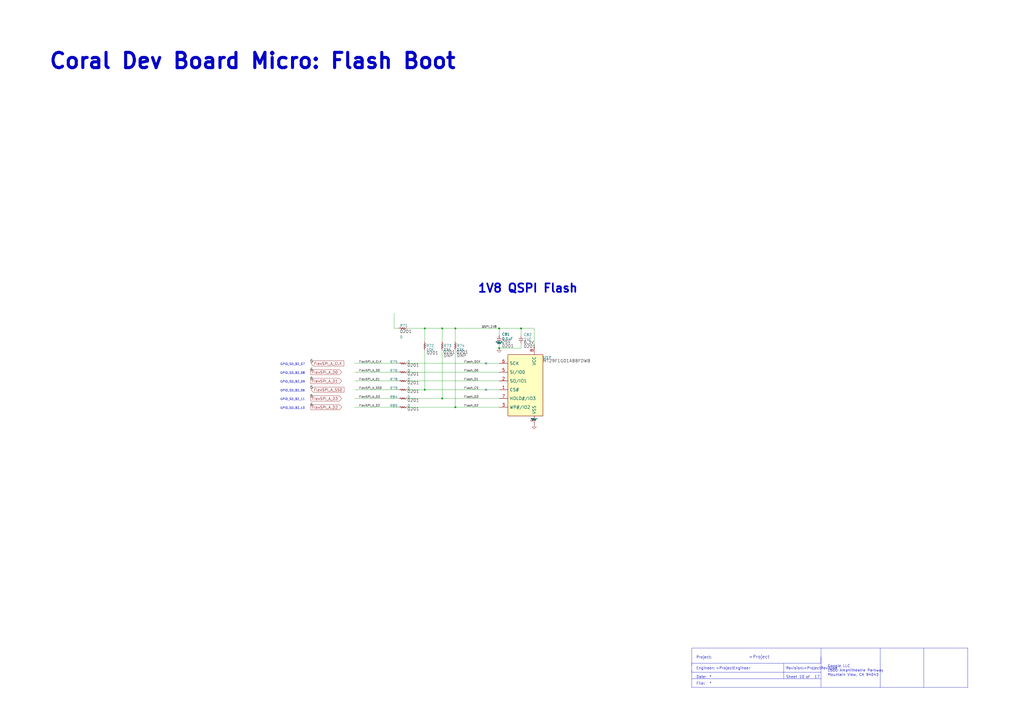
<source format=kicad_sch>
(kicad_sch (version 20230121) (generator eeschema)
  (paper "A2")
  (title_block (title "10 FLASH_BOOT-SchDoc") (date "31 01 2024"))
  (lib_symbols
    (symbol "10 FLASH_BOOT-SchDoc-rescue:FLASH_MT29F1G01ABBFDWB-" (pin_names (offset 1.016))
      (property "Reference" "U" (at 20.32 -2.54 0))
      (property "Value" "FLASH_MT29F1G01ABBFDWB" (at 0 0 0))
      (symbol "FLASH_MT29F1G01ABBFDWB-_0_1"
        (rectangle (start 0 -35.56) (end 20.32 0) (stroke (width 0.254)) (fill (type background)))
        (pin input line (at -5.08 -20.32 0) (length 5.08) (name "CS#") (number "1"))
        (pin bidirectional line (at -5.08 -15.24 0) (length 5.08) (name "SO/IO1") (number "2"))
        (pin bidirectional line (at -5.08 -30.48 0) (length 5.08) (name "WP#/IO2") (number "3"))
        (pin power_in line (at 15.24 -40.64 90) (length 5.08) (name "VSS") (number "4"))
        (pin bidirectional line (at -5.08 -10.16 0) (length 5.08) (name "SI/IO0") (number "5"))
        (pin input line (at -5.08 -5.08 0) (length 5.08) (name "SCK") (number "6"))
        (pin bidirectional line (at -5.08 -25.4 0) (length 5.08) (name "HOLD#/IO3") (number "7"))
        (pin power_in line (at 15.24 5.08 270) (length 5.08) (name "VCC") (number "8"))
      )
    )
    (symbol "10 FLASH_BOOT-SchDoc-rescue:__Template_Cap-" (pin_names (offset 1.016))
      (property "Reference" "C" (at 1.524 -0.508 0))
      (property "Value" "__Template_Cap" (at 0 0 0))
      (symbol "__Template_Cap-_0_1"
        (polyline (pts (xy 1.27 -3.048) (xy -1.27 -3.048)) (stroke (width 0.254)))
        (polyline (pts (xy 1.27 -2.032) (xy -1.27 -2.032)) (stroke (width 0.254)))
        (pin passive line (at 0 0 270) (length 2.032) (name "P") (number "1"))
        (pin passive line (at 0 -5.08 90) (length 2.032) (name "P") (number "2"))
      )
    )
    (symbol "10 FLASH_BOOT-SchDoc-rescue:__Template_Resistor-" (pin_names (offset 1.016))
      (property "Reference" "R" (at -4.318 0.762 0))
      (property "Value" "__Template_Resistor" (at 0 0 0))
      (symbol "__Template_Resistor-_0_1"
        (polyline (pts (xy 1.016 0) (xy 1.27 0.508) (xy 1.778 -0.508) (xy 2.286 0.508) (xy 2.794 -0.508) (xy 3.302 0.508) (xy 3.81 -0.508) (xy 4.064 0)) (stroke (width 0.254)))
        (pin passive line (at 0 0 0) (length 1.016) (name "P") (number "1"))
        (pin passive line (at 5.08 0 180) (length 1.016) (name "P") (number "2"))
      )
    )
    (symbol "power:GND" (power) (pin_names (offset 0))
      (property "Value" "GND" (at 0 -3.81 0))
      (symbol "GND_0_1"
        (polyline (pts (xy 0 0) (xy 0 -1.27) (xy 1.27 -1.27) (xy 0 -2.54) (xy -1.27 -1.27) (xy 0 -1.27)))
      )
      (symbol "GND_1_1"
        (pin power_in line (at 0 0 270) (length 0) hide (name "GND") (number "1"))
      )
    )
  )
  (junction (at 264.16 190.5))
  (junction (at 256.54 231.14))
  (junction (at 289.56 190.5))
  (junction (at 289.56 201.93))
  (junction (at 264.16 236.22))
  (junction (at 302.26 190.5))
  (junction (at 246.38 226.06))
  (junction (at 256.54 190.5))
  (junction (at 246.38 190.5))
  (no_connect (at 281.94 210.82))
  (no_connect (at 281.94 226.06))
  (wire (pts (xy 289.56 231.14) (xy 256.54 231.14)))
  (wire (pts (xy 205.74 236.22) (xy 231.14 236.22)))
  (wire (pts (xy 289.56 190.5) (xy 289.56 194.31)))
  (polyline (pts (xy 401.32 389.89) (xy 401.32 388.62)))
  (wire (pts (xy 231.14 190.5) (xy 228.6 190.5)))
  (wire (pts (xy 289.56 190.5) (xy 302.26 190.5)))
  (wire (pts (xy 289.56 201.93) (xy 302.26 201.93)))
  (polyline (pts (xy 535.94 398.78) (xy 535.94 375.92)))
  (wire (pts (xy 236.22 210.82) (xy 289.56 210.82)))
  (wire (pts (xy 289.56 236.22) (xy 264.16 236.22)))
  (polyline (pts (xy 476.25 398.78) (xy 476.25 393.7)))
  (wire (pts (xy 264.16 190.5) (xy 264.16 198.12)))
  (polyline (pts (xy 401.32 398.78) (xy 561.34 398.78)))
  (polyline (pts (xy 476.25 393.7) (xy 476.25 389.89)))
  (polyline (pts (xy 401.32 384.81) (xy 401.32 386.08)))
  (wire (pts (xy 256.54 231.14) (xy 236.22 231.14)))
  (polyline (pts (xy 401.32 398.78) (xy 401.32 375.92)))
  (wire (pts (xy 246.38 226.06) (xy 246.38 203.2)))
  (wire (pts (xy 231.14 215.9) (xy 205.74 215.9)))
  (wire (pts (xy 236.22 190.5) (xy 246.38 190.5)))
  (wire (pts (xy 264.16 236.22) (xy 236.22 236.22)))
  (wire (pts (xy 205.74 210.82) (xy 231.14 210.82)))
  (wire (pts (xy 246.38 226.06) (xy 236.22 226.06)))
  (polyline (pts (xy 561.34 398.78) (xy 561.34 375.92)))
  (wire (pts (xy 205.74 231.14) (xy 231.14 231.14)))
  (wire (pts (xy 289.56 199.39) (xy 289.56 201.93)))
  (wire (pts (xy 246.38 190.5) (xy 246.38 198.12)))
  (wire (pts (xy 236.22 220.98) (xy 289.56 220.98)))
  (polyline (pts (xy 401.32 393.7) (xy 476.25 393.7)))
  (polyline (pts (xy 401.32 375.92) (xy 561.34 375.92)))
  (wire (pts (xy 205.74 220.98) (xy 231.14 220.98)))
  (wire (pts (xy 309.88 190.5) (xy 309.88 200.66)))
  (polyline (pts (xy 476.25 384.81) (xy 401.32 384.81)))
  (wire (pts (xy 289.56 226.06) (xy 246.38 226.06)))
  (polyline (pts (xy 510.54 398.78) (xy 510.54 375.92)))
  (wire (pts (xy 256.54 231.14) (xy 256.54 203.2)))
  (wire (pts (xy 256.54 198.12) (xy 256.54 190.5)))
  (polyline (pts (xy 476.25 381) (xy 476.25 389.89)))
  (polyline (pts (xy 476.25 375.92) (xy 476.25 384.81)))
  (wire (pts (xy 302.26 190.5) (xy 309.88 190.5)))
  (wire (pts (xy 246.38 190.5) (xy 256.54 190.5)))
  (wire (pts (xy 264.16 190.5) (xy 289.56 190.5)))
  (wire (pts (xy 302.26 201.93) (xy 302.26 199.39)))
  (wire (pts (xy 289.56 215.9) (xy 236.22 215.9)))
  (polyline (pts (xy 476.25 389.89) (xy 401.32 389.89)))
  (polyline (pts (xy 454.66 393.7) (xy 454.66 384.81)))
  (wire (pts (xy 256.54 190.5) (xy 264.16 190.5)))
  (wire (pts (xy 228.6 190.5) (xy 228.6 181.61)))
  (wire (pts (xy 231.14 226.06) (xy 205.74 226.06)))
  (wire (pts (xy 264.16 236.22) (xy 264.16 203.2)))
  (wire (pts (xy 302.26 194.31) (xy 302.26 190.5)))
  (text "File:" (at 403.86 397.51 0) (effects (font (size 1.524 1.524)) (justify left bottom)))
  (text "17" (at 472.44 393.7 0) (effects (font (size 1.524 1.524)) (justify left bottom)))
  (text "Engineer:" (at 403.86 388.62 0) (effects (font (size 1.524 1.524)) (justify left bottom)))
  (text "Mountain View, CA 94043" (at 480.06 392.43 0) (effects (font (size 1.524 1.524)) (justify left bottom)))
  (text "GPIO_SD_B2_06" (at 162.56 227.33 0) (effects (font (size 1.2192 1.2192)) (justify left bottom)))
  (text "GPIO_SD_B2_10" (at 162.56 237.49 0) (effects (font (size 1.2192 1.2192)) (justify left bottom)))
  (text "Coral Dev Board Micro: Flash Boot" (at 27.94 40.64 0) (effects (font (size 8.8392 8.8392) (thickness 1.7678) bold) (justify left bottom)))
  (text "Sheet" (at 455.93 393.7 0) (effects (font (size 1.524 1.524)) (justify left bottom)))
  (text "=Project" (at 434.34 382.27 0) (effects (font (size 1.8288 1.8288)) (justify left bottom)))
  (text "Google LLC" (at 480.06 387.35 0) (effects (font (size 1.524 1.524)) (justify left bottom)))
  (text "1V8 QSPI Flash" (at 276.86 170.18 0) (effects (font (size 4.8768 4.8768) (thickness 0.9754) bold) (justify left bottom)))
  (text "Date:" (at 403.86 393.7 0) (effects (font (size 1.524 1.524)) (justify left bottom)))
  (text "=ProjectRevision" (at 466.09 388.62 0) (effects (font (size 1.524 1.524)) (justify left bottom)))
  (text "GPIO_SD_B2_08" (at 162.56 217.17 0) (effects (font (size 1.2192 1.2192)) (justify left bottom)))
  (text "*" (at 411.48 393.7 0) (effects (font (size 1.524 1.524)) (justify left bottom)))
  (text "GPIO_SD_B2_09" (at 162.56 222.25 0) (effects (font (size 1.2192 1.2192)) (justify left bottom)))
  (text "GPIO_SD_B2_07" (at 162.56 212.09 0) (effects (font (size 1.2192 1.2192)) (justify left bottom)))
  (text "1600 Amphitheatre Parkway" (at 480.06 389.89 0) (effects (font (size 1.524 1.524)) (justify left bottom)))
  (text "=ProjectEngineer" (at 415.29 388.62 0) (effects (font (size 1.524 1.524)) (justify left bottom)))
  (text "*" (at 411.48 397.51 0) (effects (font (size 1.524 1.524)) (justify left bottom)))
  (text "10" (at 463.55 393.7 0) (effects (font (size 1.524 1.524)) (justify left bottom)))
  (text "Revision:" (at 455.93 388.62 0) (effects (font (size 1.524 1.524)) (justify left bottom)))
  (text "Project:" (at 403.86 382.27 0) (effects (font (size 1.524 1.524)) (justify left bottom)))
  (text "GPIO_SD_B2_11" (at 162.56 232.41 0) (effects (font (size 1.2192 1.2192)) (justify left bottom)))
  (text "of" (at 467.36 393.7 0) (effects (font (size 1.524 1.524)) (justify left bottom)))
  (label "0201" (at 236.22 218.44 0) (effects (font (size 1.778 1.778))))
  (label "MT29F1G01ABBFDWB" (at 314.96 210.82 0) (effects (font (size 1.778 1.778))))
  (label "6" (at 179.832 226.06 0) (effects (font (size 1.778 1.778))))
  (label "0201" (at 264.668 205.74 0) (effects (font (size 1.778 1.778))))
  (label "0201" (at 303.784 202.438 0) (effects (font (size 1.778 1.778))))
  (label "0201" (at 236.22 213.36 0) (effects (font (size 1.778 1.778))))
  (label "0201" (at 247.396 206.248 0) (effects (font (size 1.778 1.778))))
  (label "0201" (at 236.22 238.76 0) (effects (font (size 1.778 1.778))))
  (label "0201" (at 231.902 193.802 0) (effects (font (size 1.778 1.778))))
  (label "Flash_D0" (at 269.24 215.9 0) (effects (font (size 1.2192 1.2192))))
  (label "0201" (at 236.22 228.6 0) (effects (font (size 1.778 1.778))))
  (label "0201" (at 236.22 223.52 0) (effects (font (size 1.778 1.778))))
  (label "Flash_D1" (at 269.24 220.98 0) (effects (font (size 1.2192 1.2192))))
  (label "6" (at 179.832 215.9 0) (effects (font (size 1.778 1.778))))
  (label "DNP" (at 257.302 207.772 0) (effects (font (size 1.778 1.778))))
  (label "6" (at 179.832 210.82 0) (effects (font (size 1.778 1.778))))
  (label "Flash_D3" (at 269.24 231.14 0) (effects (font (size 1.2192 1.2192))))
  (label "FlexSPI_A_D1" (at 208.28 220.98 0) (effects (font (size 1.2192 1.2192))))
  (label "6.3V" (at 303.784 200.152 0) (effects (font (size 1.778 1.778))))
  (label "6" (at 179.832 220.98 0) (effects (font (size 1.778 1.778))))
  (label "FlexSPI_A_D0" (at 208.28 215.9 0) (effects (font (size 1.2192 1.2192))))
  (label "Flash_SCK" (at 269.24 210.82 0) (effects (font (size 1.2192 1.2192))))
  (label "Flash_CS" (at 269.24 226.06 0) (effects (font (size 1.2192 1.2192))))
  (label "FlexSPI_A_SS0" (at 208.28 226.06 0) (effects (font (size 1.2192 1.2192))))
  (label "25V" (at 291.084 199.898 0) (effects (font (size 1.778 1.778))))
  (label "DNP" (at 264.922 207.772 0) (effects (font (size 1.778 1.778))))
  (label "FlexSPI_A_D3" (at 208.28 231.14 0) (effects (font (size 1.2192 1.2192))))
  (label "0201" (at 291.084 202.184 0) (effects (font (size 1.778 1.778))))
  (label "6" (at 179.832 236.22 0) (effects (font (size 1.778 1.778))))
  (label "0201" (at 257.048 205.74 0) (effects (font (size 1.778 1.778))))
  (label "FlexSPI_A_CLK" (at 208.28 210.82 0) (effects (font (size 1.2192 1.2192))))
  (label "0201" (at 236.22 233.68 0) (effects (font (size 1.778 1.778))))
  (label "QSPI_1V8" (at 279.4 190.5 0) (effects (font (size 1.2192 1.2192))))
  (label "Flash_D2" (at 269.24 236.22 0) (effects (font (size 1.2192 1.2192))))
  (label "6" (at 179.832 231.14 0) (effects (font (size 1.778 1.778))))
  (label "FlexSPI_A_D2" (at 208.28 236.22 0) (effects (font (size 1.2192 1.2192))))
  (global_label "FlexSPI_A_D0" (shape output) (at 180.34 215.9 0) (effects (font (size 1.524 1.524))) (property "Intersheetrefs" "${INTERSHEET_REFS}" (effects hide)))
  (global_label "FlexSPI_A_D2" (shape output) (at 180.34 236.22 0) (effects (font (size 1.524 1.524))) (property "Intersheetrefs" "${INTERSHEET_REFS}" (effects hide)))
  (global_label "FlexSPI_A_CLK" (shape input) (at 180.34 210.82 0) (effects (font (size 1.524 1.524))) (property "Intersheetrefs" "${INTERSHEET_REFS}" (effects hide)))
  (global_label "FlexSPI_A_D3" (shape output) (at 180.34 231.14 0) (effects (font (size 1.524 1.524))) (property "Intersheetrefs" "${INTERSHEET_REFS}" (effects hide)))
  (global_label "FlexSPI_A_D1" (shape output) (at 180.34 220.98 0) (effects (font (size 1.524 1.524))) (property "Intersheetrefs" "${INTERSHEET_REFS}" (effects hide)))
  (global_label "FlexSPI_A_SS0" (shape input) (at 180.34 226.06 0) (effects (font (size 1.524 1.524))) (property "Intersheetrefs" "${INTERSHEET_REFS}" (effects hide)))
  (symbol (lib_id "10 FLASH_BOOT-SchDoc-rescue:__Template_Resistor-") (at 246.38 203.2 90) (unit 1)
    (property "Reference" "R72" (at 247.142 201.422 90) (effects (font (size 1.524 1.524)) (justify right top)))
    (property "Value" "10K" (at 247.142 203.708 90) (effects (font (size 1.524 1.524)) (justify right top)))
    (property "Package" "0201" (effects hide))
  )
  (symbol (lib_id "10 FLASH_BOOT-SchDoc-rescue:__Template_Resistor-") (at 256.54 203.2 90) (unit 1)
    (property "Reference" "R73" (at 257.302 201.422 90) (effects (font (size 1.524 1.524)) (justify right top)))
    (property "Value" "33K" (at 257.048 203.708 90) (effects (font (size 1.524 1.524)) (justify right top)))
    (property "Package" "0201" (effects hide))
    (property "DNP" "DNP" (effects hide))
  )
  (symbol (lib_id "10 FLASH_BOOT-SchDoc-rescue:__Template_Resistor-") (at 231.14 236.22 0) (unit 1)
    (property "Reference" "R85" (at 226.06 236.22 0) (effects (font (size 1.524 1.524)) (justify left bottom)))
    (property "Value" "0" (at 236.22 236.22 0) (effects (font (size 1.524 1.524)) (justify left bottom)))
    (property "Package" "0201" (effects hide))
  )
  (symbol (lib_id "10 FLASH_BOOT-SchDoc-rescue:__Template_Resistor-") (at 231.14 231.14 0) (unit 1)
    (property "Reference" "R84" (at 226.06 231.14 0) (effects (font (size 1.524 1.524)) (justify left bottom)))
    (property "Value" "0" (at 236.22 231.14 0) (effects (font (size 1.524 1.524)) (justify left bottom)))
    (property "Package" "0201" (effects hide))
  )
  (symbol (lib_id "10 FLASH_BOOT-SchDoc-rescue:__Template_Resistor-") (at 231.14 226.06 0) (unit 1)
    (property "Reference" "R79" (at 226.06 226.06 0) (effects (font (size 1.524 1.524)) (justify left bottom)))
    (property "Value" "0" (at 236.22 226.06 0) (effects (font (size 1.524 1.524)) (justify left bottom)))
    (property "Package" "0201" (effects hide))
  )
  (symbol (lib_id "10 FLASH_BOOT-SchDoc-rescue:__Template_Resistor-") (at 231.14 220.98 0) (unit 1)
    (property "Reference" "R78" (at 226.06 220.98 0) (effects (font (size 1.524 1.524)) (justify left bottom)))
    (property "Value" "0" (at 236.22 220.98 0) (effects (font (size 1.524 1.524)) (justify left bottom)))
    (property "Package" "0201" (effects hide))
  )
  (symbol (lib_id "10 FLASH_BOOT-SchDoc-rescue:__Template_Resistor-") (at 231.14 215.9 0) (unit 1)
    (property "Reference" "R76" (at 226.06 215.9 0) (effects (font (size 1.524 1.524)) (justify left bottom)))
    (property "Value" "0" (at 236.22 215.9 0) (effects (font (size 1.524 1.524)) (justify left bottom)))
    (property "Package" "0201" (effects hide))
  )
  (symbol (lib_id "10 FLASH_BOOT-SchDoc-rescue:__Template_Resistor-") (at 231.14 210.82 0) (unit 1)
    (property "Reference" "R75" (at 226.06 210.82 0) (effects (font (size 1.524 1.524)) (justify left bottom)))
    (property "Value" "0" (at 236.22 210.82 0) (effects (font (size 1.524 1.524)) (justify left bottom)))
    (property "Package" "0201" (effects hide))
  )
  (symbol (lib_id "10 FLASH_BOOT-SchDoc-rescue:__Template_Resistor-") (at 236.22 190.5 180) (unit 1)
    (property "Reference" "R71" (at 231.902 189.738 0) (effects (font (size 1.524 1.524)) (justify right top)))
    (property "Value" "0" (at 231.902 196.342 0) (effects (font (size 1.524 1.524)) (justify right top)))
    (property "Package" "0201" (effects hide))
  )
  (symbol (lib_id "10 FLASH_BOOT-SchDoc-rescue:__Template_Cap-") (at 289.56 194.31 0) (unit 1)
    (property "Reference" "C81" (at 291.084 194.818 0) (effects (font (size 1.524 1.524)) (justify left bottom)))
    (property "Value" "0.1uF" (at 291.084 197.358 0) (effects (font (size 1.524 1.524)) (justify left bottom)))
    (property "Package" "0201" (effects hide))
    (property "Voltage" "25V" (effects hide))
  )
  (symbol (lib_id "10 FLASH_BOOT-SchDoc-rescue:__Template_Cap-") (at 302.26 194.31 0) (unit 1)
    (property "Reference" "C82" (at 303.784 195.072 0) (effects (font (size 1.524 1.524)) (justify left bottom)))
    (property "Value" "1UF" (at 303.784 197.612 0) (effects (font (size 1.524 1.524)) (justify left bottom)))
    (property "Package" "0201" (effects hide))
    (property "Voltage" "6.3V" (effects hide))
  )
  (symbol (lib_id "10 FLASH_BOOT-SchDoc-rescue:__Template_Resistor-") (at 264.16 203.2 90) (unit 1)
    (property "Reference" "R74" (at 264.922 201.422 90) (effects (font (size 1.524 1.524)) (justify right top)))
    (property "Value" "33K" (at 264.668 203.708 90) (effects (font (size 1.524 1.524)) (justify right top)))
    (property "Package" "0201" (effects hide))
    (property "DNP" "DNP" (effects hide))
  )
  (symbol (lib_id "10 FLASH_BOOT-SchDoc-rescue:FLASH_MT29F1G01ABBFDWB-") (at 294.64 205.74 0) (unit 1)
    (property "Reference" "U17" (at 314.96 208.28 0) (effects (font (size 1.524 1.524)) (justify left bottom)))
    (property "MFG P/N" "MT29F1G01ABBFDWB" (effects hide))
    (property "CrossRef" "6" (effects hide))
    (property "CrossRef" "6" (effects hide))
    (property "CrossRef" "6" (effects hide))
    (property "CrossRef" "6" (effects hide))
    (property "CrossRef" "6" (effects hide))
  )
  (symbol (lib_id "power:+VDD_1V8") (at 228.6 181.61 0) (unit 1)
    (property "Reference" "VDD_1V8_23" (at 228.6 181.61 0) (effects (font (size 0.508 0.508))))
    (property "Value" "VDD_1V8" (at 228.6 183.388 0) (effects (font (size 0.762 0.762))))
  )
  (symbol (lib_id "power:GND") (at 289.56 201.93 0) (unit 1)
    (property "Reference" "GND_118" (at 289.56 198.374 0) (effects (font (size 0.508 0.508))))
    (property "Value" "GND" (at 289.56 199.136 0) (effects (font (size 0.762 0.762))))
  )
  (symbol (lib_id "power:GND") (at 309.88 246.38 0) (unit 1)
    (property "Reference" "GND_117" (at 309.88 242.824 0) (effects (font (size 0.508 0.508))))
    (property "Value" "GND" (at 309.88 243.586 0) (effects (font (size 0.762 0.762))))
  )
)
</source>
